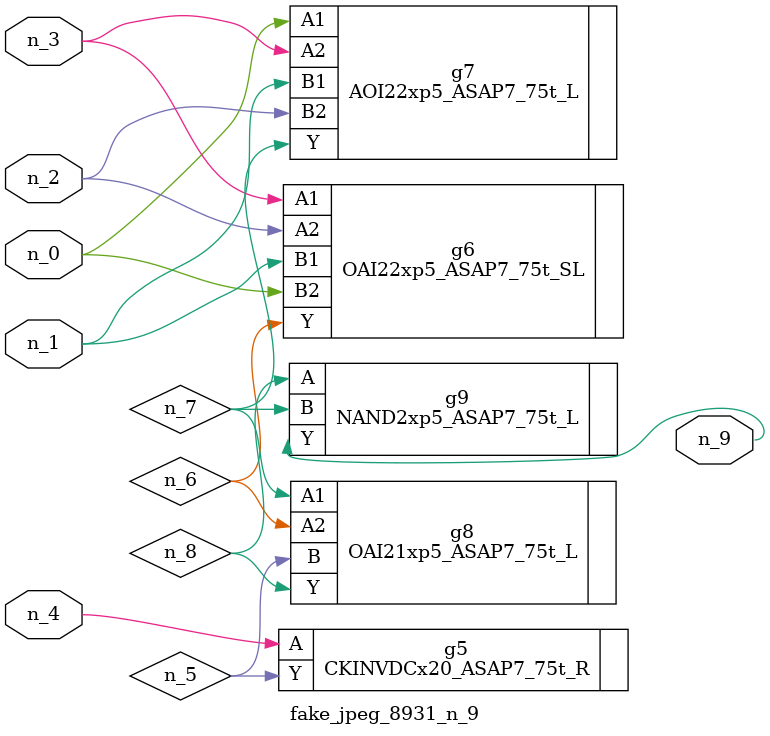
<source format=v>
module fake_jpeg_8931_n_9 (n_3, n_2, n_1, n_0, n_4, n_9);

input n_3;
input n_2;
input n_1;
input n_0;
input n_4;

output n_9;

wire n_8;
wire n_6;
wire n_5;
wire n_7;

CKINVDCx20_ASAP7_75t_R g5 ( 
.A(n_4),
.Y(n_5)
);

OAI22xp5_ASAP7_75t_SL g6 ( 
.A1(n_3),
.A2(n_2),
.B1(n_1),
.B2(n_0),
.Y(n_6)
);

AOI22xp5_ASAP7_75t_L g7 ( 
.A1(n_0),
.A2(n_3),
.B1(n_1),
.B2(n_2),
.Y(n_7)
);

OAI21xp5_ASAP7_75t_L g8 ( 
.A1(n_7),
.A2(n_6),
.B(n_5),
.Y(n_8)
);

NAND2xp5_ASAP7_75t_L g9 ( 
.A(n_8),
.B(n_7),
.Y(n_9)
);


endmodule
</source>
